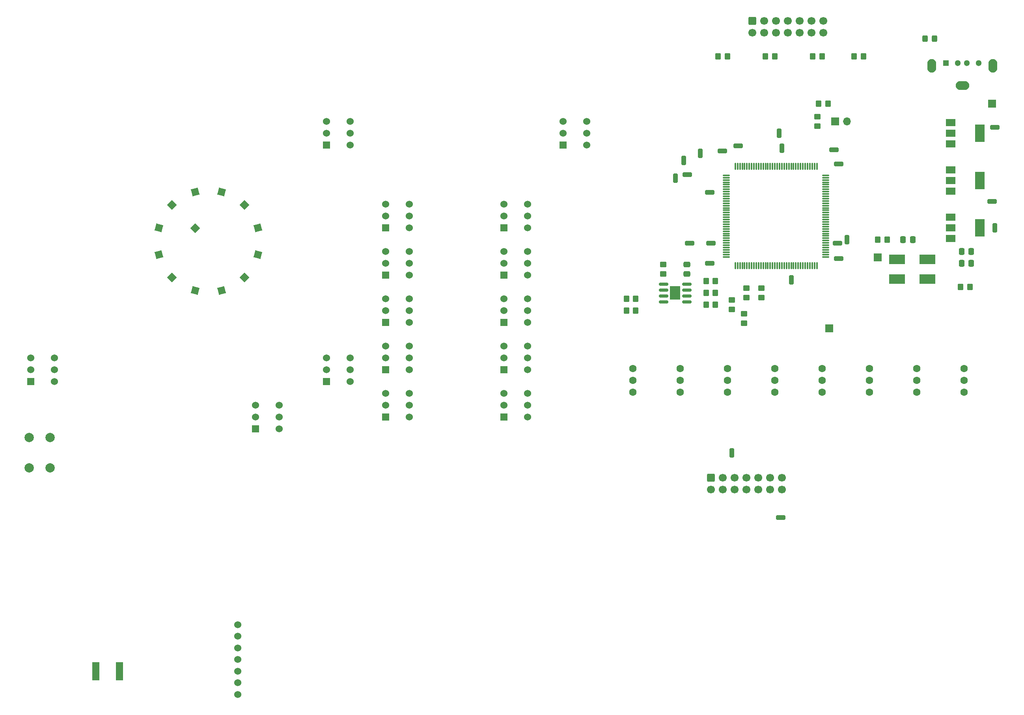
<source format=gbr>
%TF.GenerationSoftware,KiCad,Pcbnew,6.0.5-2.fc34*%
%TF.CreationDate,2022-08-23T22:10:20+03:00*%
%TF.ProjectId,spartan3,73706172-7461-46e3-932e-6b696361645f,rev?*%
%TF.SameCoordinates,Original*%
%TF.FileFunction,Soldermask,Bot*%
%TF.FilePolarity,Negative*%
%FSLAX46Y46*%
G04 Gerber Fmt 4.6, Leading zero omitted, Abs format (unit mm)*
G04 Created by KiCad (PCBNEW 6.0.5-2.fc34) date 2022-08-23 22:10:20*
%MOMM*%
%LPD*%
G01*
G04 APERTURE LIST*
G04 Aperture macros list*
%AMRoundRect*
0 Rectangle with rounded corners*
0 $1 Rounding radius*
0 $2 $3 $4 $5 $6 $7 $8 $9 X,Y pos of 4 corners*
0 Add a 4 corners polygon primitive as box body*
4,1,4,$2,$3,$4,$5,$6,$7,$8,$9,$2,$3,0*
0 Add four circle primitives for the rounded corners*
1,1,$1+$1,$2,$3*
1,1,$1+$1,$4,$5*
1,1,$1+$1,$6,$7*
1,1,$1+$1,$8,$9*
0 Add four rect primitives between the rounded corners*
20,1,$1+$1,$2,$3,$4,$5,0*
20,1,$1+$1,$4,$5,$6,$7,0*
20,1,$1+$1,$6,$7,$8,$9,0*
20,1,$1+$1,$8,$9,$2,$3,0*%
%AMRotRect*
0 Rectangle, with rotation*
0 The origin of the aperture is its center*
0 $1 length*
0 $2 width*
0 $3 Rotation angle, in degrees counterclockwise*
0 Add horizontal line*
21,1,$1,$2,0,0,$3*%
G04 Aperture macros list end*
%ADD10RotRect,1.524000X1.524000X75.000000*%
%ADD11RotRect,1.524000X1.524000X45.000000*%
%ADD12RotRect,1.524000X1.524000X15.000000*%
%ADD13RotRect,1.524000X1.524000X345.000000*%
%ADD14RotRect,1.524000X1.524000X315.000000*%
%ADD15RotRect,1.524000X1.524000X285.000000*%
%ADD16RotRect,1.524000X1.524000X255.000000*%
%ADD17RotRect,1.524000X1.524000X225.000000*%
%ADD18RotRect,1.524000X1.524000X195.000000*%
%ADD19RotRect,1.524000X1.524000X165.000000*%
%ADD20RotRect,1.524000X1.524000X135.000000*%
%ADD21RotRect,1.524000X1.524000X105.000000*%
%ADD22C,1.600000*%
%ADD23C,1.524000*%
%ADD24R,1.524000X1.524000*%
%ADD25C,2.000000*%
%ADD26R,1.500000X4.000000*%
%ADD27R,1.524000X4.000000*%
%ADD28R,2.290000X3.000000*%
%ADD29RoundRect,0.150000X0.825000X0.150000X-0.825000X0.150000X-0.825000X-0.150000X0.825000X-0.150000X0*%
%ADD30RoundRect,0.250000X-0.337500X-0.475000X0.337500X-0.475000X0.337500X0.475000X-0.337500X0.475000X0*%
%ADD31R,2.000000X1.500000*%
%ADD32R,2.000000X3.800000*%
%ADD33RoundRect,0.250000X0.250000X0.750000X-0.250000X0.750000X-0.250000X-0.750000X0.250000X-0.750000X0*%
%ADD34RoundRect,0.250000X0.350000X0.450000X-0.350000X0.450000X-0.350000X-0.450000X0.350000X-0.450000X0*%
%ADD35RoundRect,0.075000X0.662500X0.075000X-0.662500X0.075000X-0.662500X-0.075000X0.662500X-0.075000X0*%
%ADD36RoundRect,0.075000X0.075000X0.662500X-0.075000X0.662500X-0.075000X-0.662500X0.075000X-0.662500X0*%
%ADD37RoundRect,0.250000X-0.450000X0.350000X-0.450000X-0.350000X0.450000X-0.350000X0.450000X0.350000X0*%
%ADD38RoundRect,0.250000X-0.750000X0.250000X-0.750000X-0.250000X0.750000X-0.250000X0.750000X0.250000X0*%
%ADD39R,1.700000X1.700000*%
%ADD40RoundRect,0.250000X0.750000X-0.250000X0.750000X0.250000X-0.750000X0.250000X-0.750000X-0.250000X0*%
%ADD41RoundRect,0.250000X-0.475000X0.337500X-0.475000X-0.337500X0.475000X-0.337500X0.475000X0.337500X0*%
%ADD42RoundRect,0.250000X0.337500X0.475000X-0.337500X0.475000X-0.337500X-0.475000X0.337500X-0.475000X0*%
%ADD43O,1.700000X1.700000*%
%ADD44RoundRect,0.250000X0.325000X0.450000X-0.325000X0.450000X-0.325000X-0.450000X0.325000X-0.450000X0*%
%ADD45RoundRect,0.250000X-0.600000X0.600000X-0.600000X-0.600000X0.600000X-0.600000X0.600000X0.600000X0*%
%ADD46C,1.700000*%
%ADD47RoundRect,0.250000X0.450000X-0.350000X0.450000X0.350000X-0.450000X0.350000X-0.450000X-0.350000X0*%
%ADD48R,3.500000X2.000000*%
%ADD49RoundRect,0.250000X-0.250000X-0.750000X0.250000X-0.750000X0.250000X0.750000X-0.250000X0.750000X0*%
%ADD50R,1.300000X1.300000*%
%ADD51C,1.300000*%
%ADD52O,2.900000X1.900000*%
%ADD53O,1.900000X2.900000*%
%ADD54RoundRect,0.250000X-0.350000X-0.450000X0.350000X-0.450000X0.350000X0.450000X-0.350000X0.450000X0*%
G04 APERTURE END LIST*
D10*
%TO.C,SW_read_register_0*%
X33824816Y-50812991D03*
D11*
X36671826Y-45881826D03*
D12*
X41602990Y-43034816D03*
D13*
X47297009Y-43034816D03*
D14*
X52228174Y-45881826D03*
D15*
X55075184Y-50812990D03*
D16*
X55075184Y-56507009D03*
D17*
X52228174Y-61438174D03*
D18*
X47297010Y-64285184D03*
D19*
X41602991Y-64285184D03*
D20*
X36671826Y-61438174D03*
D21*
X33824816Y-56507010D03*
D17*
X41620000Y-50830000D03*
%TD*%
D22*
%TO.C,SW_in_manual_input_o_1*%
X196550000Y-86060000D03*
X196550000Y-83520000D03*
X196550000Y-80980000D03*
%TD*%
%TO.C,SW_in_manual_input_o_2*%
X186390000Y-86060000D03*
X186390000Y-83520000D03*
X186390000Y-80980000D03*
%TD*%
D23*
%TO.C,SW_in_bus1_0*%
X59690000Y-88900000D03*
X59690000Y-91440000D03*
X59690000Y-93980000D03*
X54610000Y-88900000D03*
X54610000Y-91440000D03*
D24*
X54610000Y-93980000D03*
%TD*%
D23*
%TO.C,SW_in_is_bus1_w_0*%
X74930000Y-78740000D03*
X74930000Y-81280000D03*
X74930000Y-83820000D03*
X69850000Y-78740000D03*
X69850000Y-81280000D03*
D24*
X69850000Y-83820000D03*
%TD*%
D22*
%TO.C,SW_in_manual_input_o_0*%
X206710000Y-86060000D03*
X206710000Y-83520000D03*
X206710000Y-80980000D03*
%TD*%
D23*
%TO.C,SW_pwr_0*%
X11430000Y-78740000D03*
X11430000Y-81280000D03*
X11430000Y-83820000D03*
X6350000Y-78740000D03*
X6350000Y-81280000D03*
D24*
X6350000Y-83820000D03*
%TD*%
D23*
%TO.C,SW_in_r2_w_0*%
X113030000Y-76200000D03*
X113030000Y-78740000D03*
X113030000Y-81280000D03*
X107950000Y-76200000D03*
X107950000Y-78740000D03*
D24*
X107950000Y-81280000D03*
%TD*%
D23*
%TO.C,SW_in_r3_w_0*%
X113030000Y-86360000D03*
X113030000Y-88900000D03*
X113030000Y-91440000D03*
X107950000Y-86360000D03*
X107950000Y-88900000D03*
D24*
X107950000Y-91440000D03*
%TD*%
D22*
%TO.C,SW_in_manual_input_o_7*%
X135590000Y-86060000D03*
X135590000Y-83520000D03*
X135590000Y-80980000D03*
%TD*%
D23*
%TO.C,SW_in_acc_w_0*%
X87630000Y-66040000D03*
X87630000Y-68580000D03*
X87630000Y-71120000D03*
X82550000Y-66040000D03*
X82550000Y-68580000D03*
D24*
X82550000Y-71120000D03*
%TD*%
D22*
%TO.C,SW_in_manual_input_o_6*%
X145750000Y-86060000D03*
X145750000Y-83520000D03*
X145750000Y-80980000D03*
%TD*%
%TO.C,SW_in_manual_input_o_4*%
X166070000Y-86060000D03*
X166070000Y-83520000D03*
X166070000Y-80980000D03*
%TD*%
D23*
%TO.C,SW_in_ir_w_0*%
X87630000Y-55880000D03*
X87630000Y-58420000D03*
X87630000Y-60960000D03*
X82550000Y-55880000D03*
X82550000Y-58420000D03*
D24*
X82550000Y-60960000D03*
%TD*%
D23*
%TO.C,SW_in_ram_a_w_0*%
X87630000Y-76200000D03*
X87630000Y-78740000D03*
X87630000Y-81280000D03*
X82550000Y-76200000D03*
X82550000Y-78740000D03*
D24*
X82550000Y-81280000D03*
%TD*%
D23*
%TO.C,SW_in_write_reg_en_0*%
X125730000Y-27940000D03*
X125730000Y-30480000D03*
X125730000Y-33020000D03*
X120650000Y-27940000D03*
X120650000Y-30480000D03*
D24*
X120650000Y-33020000D03*
%TD*%
D22*
%TO.C,SW_in_manual_input_o_3*%
X176230000Y-86060000D03*
X176230000Y-83520000D03*
X176230000Y-80980000D03*
%TD*%
D23*
%TO.C,SW_in_r1_w_0*%
X113030000Y-66040000D03*
X113030000Y-68580000D03*
X113030000Y-71120000D03*
X107950000Y-66040000D03*
X107950000Y-68580000D03*
D24*
X107950000Y-71120000D03*
%TD*%
D23*
%TO.C,SW_in_r0_w_0*%
X113030000Y-55880000D03*
X113030000Y-58420000D03*
X113030000Y-60960000D03*
X107950000Y-55880000D03*
X107950000Y-58420000D03*
D24*
X107950000Y-60960000D03*
%TD*%
D23*
%TO.C,SW_in_temp_w_0*%
X113030000Y-45720000D03*
X113030000Y-48260000D03*
X113030000Y-50800000D03*
X107950000Y-45720000D03*
X107950000Y-48260000D03*
D24*
X107950000Y-50800000D03*
%TD*%
D22*
%TO.C,SW_in_manual_input_o_5*%
X155910000Y-86060000D03*
X155910000Y-83520000D03*
X155910000Y-80980000D03*
%TD*%
D25*
%TO.C,SW_reset_0*%
X5967500Y-95810000D03*
X5967500Y-102310000D03*
X10467500Y-102310000D03*
X10467500Y-95810000D03*
%TD*%
D26*
%TO.C,SW_in_clk_manual_0*%
X20320000Y-146050000D03*
D27*
X25400000Y-146050000D03*
%TD*%
D23*
%TO.C,SW_in_ram_w_0*%
X87630000Y-86360000D03*
X87630000Y-88900000D03*
X87630000Y-91440000D03*
X82550000Y-86360000D03*
X82550000Y-88900000D03*
D24*
X82550000Y-91440000D03*
%TD*%
D23*
%TO.C,SW_in_iar_w_0*%
X87630000Y-45720000D03*
X87630000Y-48260000D03*
X87630000Y-50800000D03*
X82550000Y-45720000D03*
X82550000Y-48260000D03*
D24*
X82550000Y-50800000D03*
%TD*%
D23*
%TO.C,U1_clk_select_0*%
X50800000Y-136010000D03*
X50800000Y-138510000D03*
X50800000Y-141010000D03*
X50800000Y-143510000D03*
X50800000Y-146010000D03*
X50800000Y-148510000D03*
X50800000Y-151010000D03*
%TD*%
%TO.C,SW_in_read_reg_en_0*%
X74930000Y-27940000D03*
X74930000Y-30480000D03*
X74930000Y-33020000D03*
X69850000Y-27940000D03*
X69850000Y-30480000D03*
D24*
X69850000Y-33020000D03*
%TD*%
D28*
%TO.C,U_eeprom_0*%
X144715000Y-64770000D03*
D29*
X142240000Y-62865000D03*
X142240000Y-64135000D03*
X142240000Y-65405000D03*
X142240000Y-66675000D03*
X147190000Y-66675000D03*
X147190000Y-65405000D03*
X147190000Y-64135000D03*
X147190000Y-62865000D03*
%TD*%
D30*
%TO.C,C_clk_0*%
X206205000Y-55880000D03*
X208280000Y-55880000D03*
%TD*%
D31*
%TO.C,U_pwr_vcc_0*%
X203860000Y-32780000D03*
X203860000Y-30480000D03*
D32*
X210160000Y-30480000D03*
D31*
X203860000Y-28180000D03*
%TD*%
D33*
%TO.C,J_P128_0*%
X167005000Y-30480000D03*
%TD*%
D34*
%TO.C,R__eeprom_dq1_0*%
X153335000Y-64770000D03*
X151335000Y-64770000D03*
%TD*%
D35*
%TO.C,U_FPGA_0*%
X177032500Y-39510000D03*
X177032500Y-40010000D03*
X177032500Y-40510000D03*
X177032500Y-41010000D03*
X177032500Y-41510000D03*
X177032500Y-42010000D03*
X177032500Y-42510000D03*
X177032500Y-43010000D03*
X177032500Y-43510000D03*
X177032500Y-44010000D03*
X177032500Y-44510000D03*
X177032500Y-45010000D03*
X177032500Y-45510000D03*
X177032500Y-46010000D03*
X177032500Y-46510000D03*
X177032500Y-47010000D03*
X177032500Y-47510000D03*
X177032500Y-48010000D03*
X177032500Y-48510000D03*
X177032500Y-49010000D03*
X177032500Y-49510000D03*
X177032500Y-50010000D03*
X177032500Y-50510000D03*
X177032500Y-51010000D03*
X177032500Y-51510000D03*
X177032500Y-52010000D03*
X177032500Y-52510000D03*
X177032500Y-53010000D03*
X177032500Y-53510000D03*
X177032500Y-54010000D03*
X177032500Y-54510000D03*
X177032500Y-55010000D03*
X177032500Y-55510000D03*
X177032500Y-56010000D03*
X177032500Y-56510000D03*
X177032500Y-57010000D03*
D36*
X175120000Y-58922500D03*
X174620000Y-58922500D03*
X174120000Y-58922500D03*
X173620000Y-58922500D03*
X173120000Y-58922500D03*
X172620000Y-58922500D03*
X172120000Y-58922500D03*
X171620000Y-58922500D03*
X171120000Y-58922500D03*
X170620000Y-58922500D03*
X170120000Y-58922500D03*
X169620000Y-58922500D03*
X169120000Y-58922500D03*
X168620000Y-58922500D03*
X168120000Y-58922500D03*
X167620000Y-58922500D03*
X167120000Y-58922500D03*
X166620000Y-58922500D03*
X166120000Y-58922500D03*
X165620000Y-58922500D03*
X165120000Y-58922500D03*
X164620000Y-58922500D03*
X164120000Y-58922500D03*
X163620000Y-58922500D03*
X163120000Y-58922500D03*
X162620000Y-58922500D03*
X162120000Y-58922500D03*
X161620000Y-58922500D03*
X161120000Y-58922500D03*
X160620000Y-58922500D03*
X160120000Y-58922500D03*
X159620000Y-58922500D03*
X159120000Y-58922500D03*
X158620000Y-58922500D03*
X158120000Y-58922500D03*
X157620000Y-58922500D03*
D35*
X155707500Y-57010000D03*
X155707500Y-56510000D03*
X155707500Y-56010000D03*
X155707500Y-55510000D03*
X155707500Y-55010000D03*
X155707500Y-54510000D03*
X155707500Y-54010000D03*
X155707500Y-53510000D03*
X155707500Y-53010000D03*
X155707500Y-52510000D03*
X155707500Y-52010000D03*
X155707500Y-51510000D03*
X155707500Y-51010000D03*
X155707500Y-50510000D03*
X155707500Y-50010000D03*
X155707500Y-49510000D03*
X155707500Y-49010000D03*
X155707500Y-48510000D03*
X155707500Y-48010000D03*
X155707500Y-47510000D03*
X155707500Y-47010000D03*
X155707500Y-46510000D03*
X155707500Y-46010000D03*
X155707500Y-45510000D03*
X155707500Y-45010000D03*
X155707500Y-44510000D03*
X155707500Y-44010000D03*
X155707500Y-43510000D03*
X155707500Y-43010000D03*
X155707500Y-42510000D03*
X155707500Y-42010000D03*
X155707500Y-41510000D03*
X155707500Y-41010000D03*
X155707500Y-40510000D03*
X155707500Y-40010000D03*
X155707500Y-39510000D03*
D36*
X157620000Y-37597500D03*
X158120000Y-37597500D03*
X158620000Y-37597500D03*
X159120000Y-37597500D03*
X159620000Y-37597500D03*
X160120000Y-37597500D03*
X160620000Y-37597500D03*
X161120000Y-37597500D03*
X161620000Y-37597500D03*
X162120000Y-37597500D03*
X162620000Y-37597500D03*
X163120000Y-37597500D03*
X163620000Y-37597500D03*
X164120000Y-37597500D03*
X164620000Y-37597500D03*
X165120000Y-37597500D03*
X165620000Y-37597500D03*
X166120000Y-37597500D03*
X166620000Y-37597500D03*
X167120000Y-37597500D03*
X167620000Y-37597500D03*
X168120000Y-37597500D03*
X168620000Y-37597500D03*
X169120000Y-37597500D03*
X169620000Y-37597500D03*
X170120000Y-37597500D03*
X170620000Y-37597500D03*
X171120000Y-37597500D03*
X171620000Y-37597500D03*
X172120000Y-37597500D03*
X172620000Y-37597500D03*
X173120000Y-37597500D03*
X173620000Y-37597500D03*
X174120000Y-37597500D03*
X174620000Y-37597500D03*
X175120000Y-37597500D03*
%TD*%
D37*
%TO.C,R_M_0*%
X163195000Y-63770000D03*
X163195000Y-65770000D03*
%TD*%
D30*
%TO.C,C_clk_out_0*%
X193653500Y-53340000D03*
X195728500Y-53340000D03*
%TD*%
D34*
%TO.C,R_JTAG_TMS_0*%
X155940000Y-13970000D03*
X153940000Y-13970000D03*
%TD*%
D33*
%TO.C,J_TDO_0*%
X150114000Y-34798000D03*
%TD*%
D38*
%TO.C,J_P101_0*%
X152146000Y-43180000D03*
%TD*%
D39*
%TO.C,J_OUT_USART1_TX_0*%
X177800000Y-72390000D03*
%TD*%
D37*
%TO.C,R_VS_0*%
X156845000Y-66310000D03*
X156845000Y-68310000D03*
%TD*%
D34*
%TO.C,R_JTAG_TDI_0*%
X185150000Y-13970000D03*
X183150000Y-13970000D03*
%TD*%
D40*
%TO.C,J_P114_0*%
X158242000Y-33147000D03*
%TD*%
D31*
%TO.C,U_pwr_aux_0*%
X203860000Y-53100000D03*
X203860000Y-50800000D03*
D32*
X210160000Y-50800000D03*
D31*
X203860000Y-48500000D03*
%TD*%
D37*
%TO.C,R_VS_2*%
X160020000Y-63770000D03*
X160020000Y-65770000D03*
%TD*%
D34*
%TO.C,R_JTAG_TDO_0*%
X176260000Y-13970000D03*
X174260000Y-13970000D03*
%TD*%
D38*
%TO.C,J_P78_0*%
X152400000Y-54102000D03*
%TD*%
D41*
%TO.C,C_eeprom_vcc_0*%
X147255000Y-58652500D03*
X147255000Y-60727500D03*
%TD*%
D42*
%TO.C,C_clk_1*%
X208280000Y-58420000D03*
X206205000Y-58420000D03*
%TD*%
D33*
%TO.C,J_VCC_aux_0*%
X213360000Y-50800000D03*
%TD*%
D38*
%TO.C,J_VCC_0*%
X213360000Y-29210000D03*
%TD*%
D39*
%TO.C,JP_SPI_Direct_PRG_0*%
X179070000Y-27940000D03*
D43*
X181610000Y-27940000D03*
%TD*%
D34*
%TO.C,R_eeprom_w_0*%
X153335000Y-67310000D03*
X151335000Y-67310000D03*
%TD*%
D44*
%TO.C,F_pwr_0*%
X200415000Y-10160000D03*
X198365000Y-10160000D03*
%TD*%
D39*
%TO.C,J_GND_0*%
X212725000Y-24130000D03*
%TD*%
D45*
%TO.C,P_JTAG_FLASH_0*%
X152350000Y-104500000D03*
D46*
X152350000Y-107040000D03*
X154890000Y-104500000D03*
X154890000Y-107040000D03*
X157430000Y-104500000D03*
X157430000Y-107040000D03*
X159970000Y-104500000D03*
X159970000Y-107040000D03*
X162510000Y-104500000D03*
X162510000Y-107040000D03*
X165050000Y-104500000D03*
X165050000Y-107040000D03*
X167590000Y-104500000D03*
X167590000Y-107040000D03*
%TD*%
D38*
%TO.C,J_P111_0*%
X154813000Y-34290000D03*
%TD*%
%TO.C,J_INIT_B_0*%
X167386000Y-113030000D03*
%TD*%
D34*
%TO.C,R_JTAG_TCK_0*%
X166100000Y-13970000D03*
X164100000Y-13970000D03*
%TD*%
D47*
%TO.C,R_HSWAP_EN_0*%
X175260000Y-28940000D03*
X175260000Y-26940000D03*
%TD*%
D34*
%TO.C,R_eeprom_spi_clk_pullup_0*%
X136255000Y-66040000D03*
X134255000Y-66040000D03*
%TD*%
D39*
%TO.C,J_clk_0*%
X188214000Y-57150000D03*
%TD*%
D37*
%TO.C,R_eeprom_hold_0*%
X142175000Y-58690000D03*
X142175000Y-60690000D03*
%TD*%
D34*
%TO.C,R_clk_oe_0*%
X208010000Y-63500000D03*
X206010000Y-63500000D03*
%TD*%
D38*
%TO.C,J_VCC_core_0*%
X212725000Y-45085000D03*
%TD*%
D48*
%TO.C,X_clk_0*%
X198830000Y-61790000D03*
X192330000Y-61790000D03*
X192330000Y-57590000D03*
X198830000Y-57590000D03*
%TD*%
D33*
%TO.C,J_TCK_0*%
X146558000Y-36322000D03*
%TD*%
D45*
%TO.C,P_JTAG_FPGA_0*%
X161290000Y-6350000D03*
D46*
X161290000Y-8890000D03*
X163830000Y-6350000D03*
X163830000Y-8890000D03*
X166370000Y-6350000D03*
X166370000Y-8890000D03*
X168910000Y-6350000D03*
X168910000Y-8890000D03*
X171450000Y-6350000D03*
X171450000Y-8890000D03*
X173990000Y-6350000D03*
X173990000Y-8890000D03*
X176530000Y-6350000D03*
X176530000Y-8890000D03*
%TD*%
D34*
%TO.C,R_eeprom_s_0*%
X153335000Y-62230000D03*
X151335000Y-62230000D03*
%TD*%
D31*
%TO.C,U_pwr_vcc_core_0*%
X203860000Y-42940000D03*
X203860000Y-40640000D03*
D32*
X210160000Y-40640000D03*
D31*
X203860000Y-38340000D03*
%TD*%
D38*
%TO.C,J_P84_0*%
X147828000Y-54102000D03*
%TD*%
D37*
%TO.C,R_VS_1*%
X159512000Y-69231000D03*
X159512000Y-71231000D03*
%TD*%
D49*
%TO.C,J_P29_0*%
X181610000Y-53340000D03*
%TD*%
D50*
%TO.C,J_pwr_0*%
X202875000Y-15395000D03*
D51*
X205375000Y-15395000D03*
X207375000Y-15395000D03*
X209875000Y-15395000D03*
D52*
X206375000Y-20175000D03*
D53*
X199805000Y-15995000D03*
X212945000Y-15995000D03*
%TD*%
D38*
%TO.C,J_P107_0*%
X147320000Y-39370000D03*
%TD*%
%TO.C,J_DONE_0*%
X152146000Y-58420000D03*
%TD*%
D34*
%TO.C,R_clk_out_0*%
X190230000Y-53340000D03*
X188230000Y-53340000D03*
%TD*%
D38*
%TO.C,J_PROG_B_0*%
X179832000Y-37084000D03*
%TD*%
D54*
%TO.C,R_PROG_B_0*%
X175530000Y-24130000D03*
X177530000Y-24130000D03*
%TD*%
D33*
%TO.C,J_P48_0*%
X169672000Y-61976000D03*
%TD*%
%TO.C,J_P129_0*%
X167640000Y-33655000D03*
%TD*%
D38*
%TO.C,J_P36_0*%
X179832000Y-57404000D03*
%TD*%
D34*
%TO.C,R_eeprom_spi_clk_pulldown_0*%
X136255000Y-68580000D03*
X134255000Y-68580000D03*
%TD*%
D33*
%TO.C,J_DOUT_BUSY_0*%
X156900000Y-99100000D03*
%TD*%
%TO.C,J_TMS_0*%
X144780000Y-40132000D03*
%TD*%
D38*
%TO.C,J_TDI_0*%
X178816000Y-34036000D03*
%TD*%
D40*
%TO.C,J_P31_0*%
X179578000Y-54102000D03*
%TD*%
M02*

</source>
